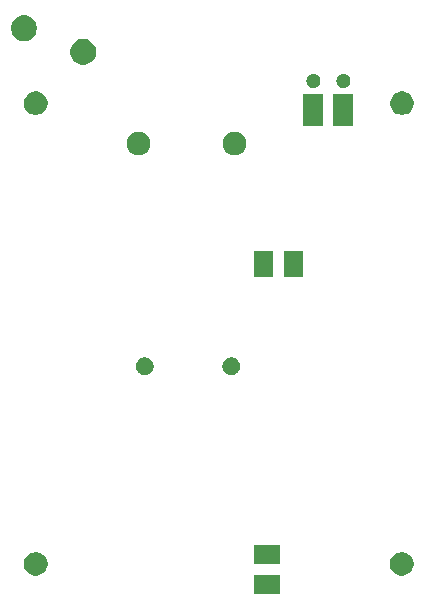
<source format=gts>
G04 #@! TF.GenerationSoftware,KiCad,Pcbnew,(5.0.1)-4*
G04 #@! TF.CreationDate,2018-12-06T20:38:25-05:00*
G04 #@! TF.ProjectId,TrafMasterV1,547261664D617374657256312E6B6963,V1*
G04 #@! TF.SameCoordinates,Original*
G04 #@! TF.FileFunction,Soldermask,Top*
G04 #@! TF.FilePolarity,Negative*
%FSLAX46Y46*%
G04 Gerber Fmt 4.6, Leading zero omitted, Abs format (unit mm)*
G04 Created by KiCad (PCBNEW (5.0.1)-4) date 12/6/2018 8:38:25 PM*
%MOMM*%
%LPD*%
G01*
G04 APERTURE LIST*
%ADD10C,0.150000*%
G04 APERTURE END LIST*
D10*
G36*
X109507200Y-104061160D02*
X107307200Y-104061160D01*
X107307200Y-102461160D01*
X109507200Y-102461160D01*
X109507200Y-104061160D01*
X109507200Y-104061160D01*
G37*
G36*
X120128889Y-100587629D02*
X120310878Y-100663011D01*
X120474663Y-100772449D01*
X120613951Y-100911737D01*
X120723389Y-101075522D01*
X120798771Y-101257511D01*
X120837200Y-101450709D01*
X120837200Y-101647691D01*
X120798771Y-101840889D01*
X120723389Y-102022878D01*
X120613951Y-102186663D01*
X120474663Y-102325951D01*
X120310878Y-102435389D01*
X120128889Y-102510771D01*
X119935691Y-102549200D01*
X119738709Y-102549200D01*
X119545511Y-102510771D01*
X119363522Y-102435389D01*
X119199737Y-102325951D01*
X119060449Y-102186663D01*
X118951011Y-102022878D01*
X118875629Y-101840889D01*
X118837200Y-101647691D01*
X118837200Y-101450709D01*
X118875629Y-101257511D01*
X118951011Y-101075522D01*
X119060449Y-100911737D01*
X119199737Y-100772449D01*
X119363522Y-100663011D01*
X119545511Y-100587629D01*
X119738709Y-100549200D01*
X119935691Y-100549200D01*
X120128889Y-100587629D01*
X120128889Y-100587629D01*
G37*
G36*
X89140889Y-100587629D02*
X89322878Y-100663011D01*
X89486663Y-100772449D01*
X89625951Y-100911737D01*
X89735389Y-101075522D01*
X89810771Y-101257511D01*
X89849200Y-101450709D01*
X89849200Y-101647691D01*
X89810771Y-101840889D01*
X89735389Y-102022878D01*
X89625951Y-102186663D01*
X89486663Y-102325951D01*
X89322878Y-102435389D01*
X89140889Y-102510771D01*
X88947691Y-102549200D01*
X88750709Y-102549200D01*
X88557511Y-102510771D01*
X88375522Y-102435389D01*
X88211737Y-102325951D01*
X88072449Y-102186663D01*
X87963011Y-102022878D01*
X87887629Y-101840889D01*
X87849200Y-101647691D01*
X87849200Y-101450709D01*
X87887629Y-101257511D01*
X87963011Y-101075522D01*
X88072449Y-100911737D01*
X88211737Y-100772449D01*
X88375522Y-100663011D01*
X88557511Y-100587629D01*
X88750709Y-100549200D01*
X88947691Y-100549200D01*
X89140889Y-100587629D01*
X89140889Y-100587629D01*
G37*
G36*
X109507200Y-101521160D02*
X107307200Y-101521160D01*
X107307200Y-99921160D01*
X109507200Y-99921160D01*
X109507200Y-101521160D01*
X109507200Y-101521160D01*
G37*
G36*
X105620768Y-84082822D02*
X105757256Y-84139357D01*
X105880098Y-84221438D01*
X105984562Y-84325902D01*
X106066643Y-84448744D01*
X106123178Y-84585232D01*
X106152000Y-84730131D01*
X106152000Y-84877869D01*
X106123178Y-85022768D01*
X106066643Y-85159256D01*
X105984562Y-85282098D01*
X105880098Y-85386562D01*
X105757256Y-85468643D01*
X105620768Y-85525178D01*
X105475869Y-85554000D01*
X105328131Y-85554000D01*
X105183232Y-85525178D01*
X105046744Y-85468643D01*
X104923902Y-85386562D01*
X104819438Y-85282098D01*
X104737357Y-85159256D01*
X104680822Y-85022768D01*
X104652000Y-84877869D01*
X104652000Y-84730131D01*
X104680822Y-84585232D01*
X104737357Y-84448744D01*
X104819438Y-84325902D01*
X104923902Y-84221438D01*
X105046744Y-84139357D01*
X105183232Y-84082822D01*
X105328131Y-84054000D01*
X105475869Y-84054000D01*
X105620768Y-84082822D01*
X105620768Y-84082822D01*
G37*
G36*
X98305568Y-84082822D02*
X98442056Y-84139357D01*
X98564898Y-84221438D01*
X98669362Y-84325902D01*
X98751443Y-84448744D01*
X98807978Y-84585232D01*
X98836800Y-84730131D01*
X98836800Y-84877869D01*
X98807978Y-85022768D01*
X98751443Y-85159256D01*
X98669362Y-85282098D01*
X98564898Y-85386562D01*
X98442056Y-85468643D01*
X98305568Y-85525178D01*
X98160669Y-85554000D01*
X98012931Y-85554000D01*
X97868032Y-85525178D01*
X97731544Y-85468643D01*
X97608702Y-85386562D01*
X97504238Y-85282098D01*
X97422157Y-85159256D01*
X97365622Y-85022768D01*
X97336800Y-84877869D01*
X97336800Y-84730131D01*
X97365622Y-84585232D01*
X97422157Y-84448744D01*
X97504238Y-84325902D01*
X97608702Y-84221438D01*
X97731544Y-84139357D01*
X97868032Y-84082822D01*
X98012931Y-84054000D01*
X98160669Y-84054000D01*
X98305568Y-84082822D01*
X98305568Y-84082822D01*
G37*
G36*
X111480500Y-77236500D02*
X109880500Y-77236500D01*
X109880500Y-75036500D01*
X111480500Y-75036500D01*
X111480500Y-77236500D01*
X111480500Y-77236500D01*
G37*
G36*
X108940500Y-77236500D02*
X107340500Y-77236500D01*
X107340500Y-75036500D01*
X108940500Y-75036500D01*
X108940500Y-77236500D01*
X108940500Y-77236500D01*
G37*
G36*
X97844389Y-64980329D02*
X98026378Y-65055711D01*
X98190163Y-65165149D01*
X98329451Y-65304437D01*
X98438889Y-65468222D01*
X98514271Y-65650211D01*
X98552700Y-65843409D01*
X98552700Y-66040391D01*
X98514271Y-66233589D01*
X98438889Y-66415578D01*
X98329451Y-66579363D01*
X98190163Y-66718651D01*
X98026378Y-66828089D01*
X97844389Y-66903471D01*
X97651191Y-66941900D01*
X97454209Y-66941900D01*
X97261011Y-66903471D01*
X97079022Y-66828089D01*
X96915237Y-66718651D01*
X96775949Y-66579363D01*
X96666511Y-66415578D01*
X96591129Y-66233589D01*
X96552700Y-66040391D01*
X96552700Y-65843409D01*
X96591129Y-65650211D01*
X96666511Y-65468222D01*
X96775949Y-65304437D01*
X96915237Y-65165149D01*
X97079022Y-65055711D01*
X97261011Y-64980329D01*
X97454209Y-64941900D01*
X97651191Y-64941900D01*
X97844389Y-64980329D01*
X97844389Y-64980329D01*
G37*
G36*
X105964389Y-64980329D02*
X106146378Y-65055711D01*
X106310163Y-65165149D01*
X106449451Y-65304437D01*
X106558889Y-65468222D01*
X106634271Y-65650211D01*
X106672700Y-65843409D01*
X106672700Y-66040391D01*
X106634271Y-66233589D01*
X106558889Y-66415578D01*
X106449451Y-66579363D01*
X106310163Y-66718651D01*
X106146378Y-66828089D01*
X105964389Y-66903471D01*
X105771191Y-66941900D01*
X105574209Y-66941900D01*
X105381011Y-66903471D01*
X105199022Y-66828089D01*
X105035237Y-66718651D01*
X104895949Y-66579363D01*
X104786511Y-66415578D01*
X104711129Y-66233589D01*
X104672700Y-66040391D01*
X104672700Y-65843409D01*
X104711129Y-65650211D01*
X104786511Y-65468222D01*
X104895949Y-65304437D01*
X105035237Y-65165149D01*
X105199022Y-65055711D01*
X105381011Y-64980329D01*
X105574209Y-64941900D01*
X105771191Y-64941900D01*
X105964389Y-64980329D01*
X105964389Y-64980329D01*
G37*
G36*
X113206900Y-64443600D02*
X111506900Y-64443600D01*
X111506900Y-61743600D01*
X113206900Y-61743600D01*
X113206900Y-64443600D01*
X113206900Y-64443600D01*
G37*
G36*
X115746900Y-64443600D02*
X114046900Y-64443600D01*
X114046900Y-61743600D01*
X115746900Y-61743600D01*
X115746900Y-64443600D01*
X115746900Y-64443600D01*
G37*
G36*
X89140889Y-61573229D02*
X89322878Y-61648611D01*
X89486663Y-61758049D01*
X89625951Y-61897337D01*
X89735389Y-62061122D01*
X89810771Y-62243111D01*
X89849200Y-62436309D01*
X89849200Y-62633291D01*
X89810771Y-62826489D01*
X89735389Y-63008478D01*
X89625951Y-63172263D01*
X89486663Y-63311551D01*
X89322878Y-63420989D01*
X89140889Y-63496371D01*
X88947691Y-63534800D01*
X88750709Y-63534800D01*
X88557511Y-63496371D01*
X88375522Y-63420989D01*
X88211737Y-63311551D01*
X88072449Y-63172263D01*
X87963011Y-63008478D01*
X87887629Y-62826489D01*
X87849200Y-62633291D01*
X87849200Y-62436309D01*
X87887629Y-62243111D01*
X87963011Y-62061122D01*
X88072449Y-61897337D01*
X88211737Y-61758049D01*
X88375522Y-61648611D01*
X88557511Y-61573229D01*
X88750709Y-61534800D01*
X88947691Y-61534800D01*
X89140889Y-61573229D01*
X89140889Y-61573229D01*
G37*
G36*
X120154289Y-61573229D02*
X120336278Y-61648611D01*
X120500063Y-61758049D01*
X120639351Y-61897337D01*
X120748789Y-62061122D01*
X120824171Y-62243111D01*
X120862600Y-62436309D01*
X120862600Y-62633291D01*
X120824171Y-62826489D01*
X120748789Y-63008478D01*
X120639351Y-63172263D01*
X120500063Y-63311551D01*
X120336278Y-63420989D01*
X120154289Y-63496371D01*
X119961091Y-63534800D01*
X119764109Y-63534800D01*
X119570911Y-63496371D01*
X119388922Y-63420989D01*
X119225137Y-63311551D01*
X119085849Y-63172263D01*
X118976411Y-63008478D01*
X118901029Y-62826489D01*
X118862600Y-62633291D01*
X118862600Y-62436309D01*
X118901029Y-62243111D01*
X118976411Y-62061122D01*
X119085849Y-61897337D01*
X119225137Y-61758049D01*
X119388922Y-61648611D01*
X119570911Y-61573229D01*
X119764109Y-61534800D01*
X119961091Y-61534800D01*
X120154289Y-61573229D01*
X120154289Y-61573229D01*
G37*
G36*
X112531915Y-60066658D02*
X112641104Y-60111885D01*
X112739379Y-60177551D01*
X112822949Y-60261121D01*
X112888615Y-60359396D01*
X112933842Y-60468585D01*
X112956900Y-60584506D01*
X112956900Y-60702694D01*
X112933842Y-60818615D01*
X112888615Y-60927804D01*
X112822949Y-61026079D01*
X112739379Y-61109649D01*
X112641104Y-61175315D01*
X112531915Y-61220542D01*
X112415995Y-61243600D01*
X112297805Y-61243600D01*
X112181885Y-61220542D01*
X112072696Y-61175315D01*
X111974421Y-61109649D01*
X111890851Y-61026079D01*
X111825185Y-60927804D01*
X111779958Y-60818615D01*
X111756900Y-60702694D01*
X111756900Y-60584506D01*
X111779958Y-60468585D01*
X111825185Y-60359396D01*
X111890851Y-60261121D01*
X111974421Y-60177551D01*
X112072696Y-60111885D01*
X112181885Y-60066658D01*
X112297805Y-60043600D01*
X112415995Y-60043600D01*
X112531915Y-60066658D01*
X112531915Y-60066658D01*
G37*
G36*
X115071915Y-60066658D02*
X115181104Y-60111885D01*
X115279379Y-60177551D01*
X115362949Y-60261121D01*
X115428615Y-60359396D01*
X115473842Y-60468585D01*
X115496900Y-60584506D01*
X115496900Y-60702694D01*
X115473842Y-60818615D01*
X115428615Y-60927804D01*
X115362949Y-61026079D01*
X115279379Y-61109649D01*
X115181104Y-61175315D01*
X115071915Y-61220542D01*
X114955995Y-61243600D01*
X114837805Y-61243600D01*
X114721885Y-61220542D01*
X114612696Y-61175315D01*
X114514421Y-61109649D01*
X114430851Y-61026079D01*
X114365185Y-60927804D01*
X114319958Y-60818615D01*
X114296900Y-60702694D01*
X114296900Y-60584506D01*
X114319958Y-60468585D01*
X114365185Y-60359396D01*
X114430851Y-60261121D01*
X114514421Y-60177551D01*
X114612696Y-60111885D01*
X114721885Y-60066658D01*
X114837805Y-60043600D01*
X114955995Y-60043600D01*
X115071915Y-60066658D01*
X115071915Y-60066658D01*
G37*
G36*
X93041580Y-57105491D02*
X93183260Y-57133673D01*
X93383443Y-57216591D01*
X93563610Y-57336975D01*
X93716825Y-57490190D01*
X93837209Y-57670357D01*
X93920127Y-57870540D01*
X93962400Y-58083060D01*
X93962400Y-58299740D01*
X93920127Y-58512260D01*
X93837209Y-58712443D01*
X93716825Y-58892610D01*
X93563610Y-59045825D01*
X93383443Y-59166209D01*
X93183260Y-59249127D01*
X93041580Y-59277309D01*
X92970741Y-59291400D01*
X92754059Y-59291400D01*
X92683220Y-59277309D01*
X92541540Y-59249127D01*
X92341357Y-59166209D01*
X92161190Y-59045825D01*
X92007975Y-58892610D01*
X91887591Y-58712443D01*
X91804673Y-58512260D01*
X91762400Y-58299740D01*
X91762400Y-58083060D01*
X91804673Y-57870540D01*
X91887591Y-57670357D01*
X92007975Y-57490190D01*
X92161190Y-57336975D01*
X92341357Y-57216591D01*
X92541540Y-57133673D01*
X92683220Y-57105491D01*
X92754059Y-57091400D01*
X92970741Y-57091400D01*
X93041580Y-57105491D01*
X93041580Y-57105491D01*
G37*
G36*
X88037780Y-55098891D02*
X88179460Y-55127073D01*
X88379643Y-55209991D01*
X88559810Y-55330375D01*
X88713025Y-55483590D01*
X88833409Y-55663757D01*
X88916327Y-55863940D01*
X88958600Y-56076460D01*
X88958600Y-56293140D01*
X88916327Y-56505660D01*
X88833409Y-56705843D01*
X88713025Y-56886010D01*
X88559810Y-57039225D01*
X88379643Y-57159609D01*
X88179460Y-57242527D01*
X88037780Y-57270709D01*
X87966941Y-57284800D01*
X87750259Y-57284800D01*
X87679420Y-57270709D01*
X87537740Y-57242527D01*
X87337557Y-57159609D01*
X87157390Y-57039225D01*
X87004175Y-56886010D01*
X86883791Y-56705843D01*
X86800873Y-56505660D01*
X86758600Y-56293140D01*
X86758600Y-56076460D01*
X86800873Y-55863940D01*
X86883791Y-55663757D01*
X87004175Y-55483590D01*
X87157390Y-55330375D01*
X87337557Y-55209991D01*
X87537740Y-55127073D01*
X87679420Y-55098891D01*
X87750259Y-55084800D01*
X87966941Y-55084800D01*
X88037780Y-55098891D01*
X88037780Y-55098891D01*
G37*
M02*

</source>
